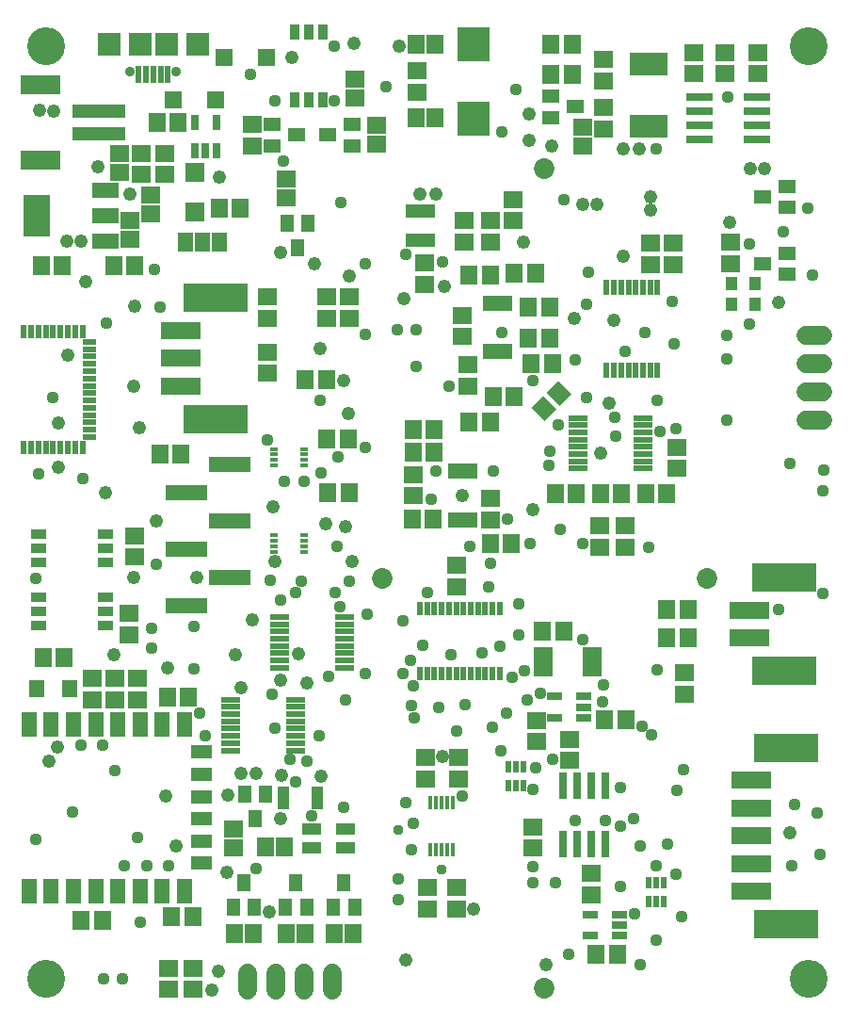
<source format=gbr>
G04 EAGLE Gerber RS-274X export*
G75*
%MOMM*%
%FSLAX34Y34*%
%LPD*%
%INSoldermask Top*%
%IPPOS*%
%AMOC8*
5,1,8,0,0,1.08239X$1,22.5*%
G01*
%ADD10C,3.403200*%
%ADD11R,1.503200X1.703200*%
%ADD12R,1.803200X0.553200*%
%ADD13R,1.703200X1.503200*%
%ADD14R,1.403200X1.603200*%
%ADD15R,1.473200X0.838200*%
%ADD16R,3.810000X1.473200*%
%ADD17R,0.653200X1.403200*%
%ADD18R,0.803200X2.403200*%
%ADD19R,1.403200X0.803200*%
%ADD20R,0.653200X1.303200*%
%ADD21R,2.403200X0.803200*%
%ADD22R,0.453200X1.203200*%
%ADD23R,0.553200X1.003200*%
%ADD24R,0.803200X0.453200*%
%ADD25R,0.603200X1.403200*%
%ADD26R,1.603200X1.203200*%
%ADD27R,2.103200X2.103200*%
%ADD28R,0.603200X1.553200*%
%ADD29C,0.903200*%
%ADD30R,0.753200X1.403200*%
%ADD31R,1.703200X1.703200*%
%ADD32R,1.603200X1.603200*%
%ADD33R,0.838200X1.473200*%
%ADD34R,1.203200X1.603200*%
%ADD35R,3.403200X2.003200*%
%ADD36R,2.903200X3.153200*%
%ADD37R,3.603200X1.603200*%
%ADD38R,5.803200X2.503200*%
%ADD39C,1.853200*%
%ADD40R,1.003200X0.503200*%
%ADD41R,1.703200X1.103200*%
%ADD42R,2.438200X1.422200*%
%ADD43R,2.403200X3.803200*%
%ADD44R,0.508000X1.193800*%
%ADD45C,1.727200*%
%ADD46R,1.371600X1.803400*%
%ADD47R,4.803200X1.203200*%
%ADD48R,3.603200X1.803200*%
%ADD49R,1.103200X1.203200*%
%ADD50R,1.653200X0.653200*%
%ADD51R,0.613200X1.193200*%
%ADD52R,0.613200X1.143200*%
%ADD53R,1.193200X0.613200*%
%ADD54R,1.403200X2.203200*%
%ADD55R,1.903200X1.303200*%
%ADD56C,1.209600*%
%ADD57C,1.109600*%
%ADD58C,0.959600*%


D10*
X25400Y25400D03*
X711200Y25400D03*
X711200Y863600D03*
X25400Y863600D03*
D11*
X146660Y496570D03*
X127660Y496570D03*
X20980Y666115D03*
X39980Y666115D03*
D12*
X504222Y529480D03*
X504222Y522980D03*
X504222Y516480D03*
X504222Y509980D03*
X504222Y503480D03*
X504222Y496980D03*
X504222Y490480D03*
X504222Y483980D03*
X562578Y483980D03*
X562578Y490480D03*
X562578Y496980D03*
X562578Y503480D03*
X562578Y509980D03*
X562578Y516480D03*
X562578Y522980D03*
X562578Y529480D03*
D13*
X546100Y432410D03*
X546100Y413410D03*
X523240Y432410D03*
X523240Y413410D03*
D11*
X542900Y461010D03*
X523900Y461010D03*
X564540Y461010D03*
X583540Y461010D03*
X502260Y461010D03*
X483260Y461010D03*
X297155Y510540D03*
X278155Y510540D03*
D12*
X249523Y230615D03*
X249523Y237115D03*
X249523Y243615D03*
X249523Y250115D03*
X249523Y256615D03*
X249523Y263115D03*
X249523Y269615D03*
X249523Y276115D03*
X191167Y276115D03*
X191167Y269615D03*
X191167Y263115D03*
X191167Y256615D03*
X191167Y250115D03*
X191167Y243615D03*
X191167Y237115D03*
X191167Y230615D03*
D11*
X157455Y81280D03*
X138455Y81280D03*
X134645Y278130D03*
X153645Y278130D03*
X57175Y78105D03*
X76175Y78105D03*
D13*
X107315Y276250D03*
X107315Y295250D03*
D12*
X293973Y304910D03*
X293973Y311410D03*
X293973Y317910D03*
X293973Y324410D03*
X293973Y330910D03*
X293973Y337410D03*
X293973Y343910D03*
X293973Y350410D03*
X235617Y350410D03*
X235617Y343910D03*
X235617Y337410D03*
X235617Y330910D03*
X235617Y324410D03*
X235617Y317910D03*
X235617Y311410D03*
X235617Y304910D03*
D13*
X592455Y502895D03*
X592455Y483895D03*
D14*
X46750Y285750D03*
X16750Y285750D03*
D11*
X41885Y314325D03*
X22885Y314325D03*
D15*
X79145Y342900D03*
X79145Y355600D03*
X79145Y368300D03*
X18645Y368300D03*
X18645Y355600D03*
X18645Y342900D03*
D13*
X105410Y404520D03*
X105410Y423520D03*
D15*
X79145Y399415D03*
X79145Y412115D03*
X79145Y424815D03*
X18645Y424815D03*
X18645Y412115D03*
X18645Y399415D03*
D11*
X86385Y666115D03*
X105385Y666115D03*
D13*
X111125Y748055D03*
X111125Y767055D03*
X224790Y638150D03*
X224790Y619150D03*
X224790Y588620D03*
X224790Y569620D03*
D16*
X190881Y487680D03*
X152019Y462280D03*
X190881Y436880D03*
X152019Y411480D03*
X190881Y386080D03*
X152019Y360680D03*
D17*
X441550Y632620D03*
X435050Y632620D03*
X428550Y632620D03*
X422050Y632620D03*
X422050Y589120D03*
X428550Y589120D03*
X435050Y589120D03*
X441550Y589120D03*
D18*
X515620Y198720D03*
X515620Y146720D03*
X528320Y198720D03*
X502920Y198720D03*
X490220Y198720D03*
X528320Y146720D03*
X502920Y146720D03*
X490220Y146720D03*
D19*
X515260Y64160D03*
X515260Y83160D03*
X541380Y64160D03*
X541380Y73660D03*
X541380Y83160D03*
D20*
X352200Y689310D03*
X358700Y689310D03*
X365200Y689310D03*
X371700Y689310D03*
X371700Y715310D03*
X365200Y715310D03*
X358700Y715310D03*
X352200Y715310D03*
D21*
X612810Y805180D03*
X664810Y805180D03*
X612810Y817880D03*
X612810Y792480D03*
X612810Y779780D03*
X664810Y817880D03*
X664810Y792480D03*
X664810Y779780D03*
D11*
X424790Y525780D03*
X405790Y525780D03*
X443840Y416560D03*
X424840Y416560D03*
D13*
X394970Y377850D03*
X394970Y396850D03*
D22*
X371000Y141429D03*
X376000Y141429D03*
X381000Y141429D03*
X386000Y141429D03*
X391000Y141429D03*
X391000Y183691D03*
X386000Y183691D03*
X381000Y183691D03*
X376000Y183691D03*
X371000Y183691D03*
D23*
X454610Y215510D03*
X448110Y215510D03*
X441610Y215510D03*
X441610Y198510D03*
X448110Y198510D03*
X454610Y198510D03*
D24*
X230340Y424060D03*
X230340Y419060D03*
X230340Y414060D03*
X230340Y409060D03*
X257340Y409060D03*
X257340Y414060D03*
X257340Y419060D03*
X257340Y424060D03*
X230340Y501530D03*
X230340Y496530D03*
X230340Y491530D03*
X230340Y486530D03*
X257340Y486530D03*
X257340Y491530D03*
X257340Y496530D03*
X257340Y501530D03*
D25*
X529700Y572095D03*
X536200Y572095D03*
X542700Y572095D03*
X549200Y572095D03*
X555700Y572095D03*
X562200Y572095D03*
X568700Y572095D03*
X575200Y572095D03*
X575200Y647105D03*
X568700Y647105D03*
X562200Y647105D03*
X555700Y647105D03*
X549200Y647105D03*
X542700Y647105D03*
X536200Y647105D03*
X529700Y647105D03*
D26*
X501220Y808990D03*
X479220Y799490D03*
X479220Y818490D03*
D27*
X161920Y864870D03*
X133920Y864870D03*
X109920Y864870D03*
X81920Y864870D03*
D28*
X134920Y837870D03*
X128420Y837870D03*
X121920Y837870D03*
X115420Y837870D03*
X108920Y837870D03*
D29*
X142670Y840370D03*
X101170Y840370D03*
D13*
X210820Y793090D03*
X210820Y774090D03*
X132080Y767055D03*
X132080Y748055D03*
D30*
X159410Y769319D03*
X168910Y769319D03*
X178410Y769319D03*
X178410Y795321D03*
X159410Y795321D03*
D11*
X144120Y795020D03*
X125120Y795020D03*
D31*
X159385Y749655D03*
X159385Y714655D03*
D11*
X200000Y718185D03*
X181000Y718185D03*
D32*
X139750Y815340D03*
X177750Y815340D03*
D13*
X241300Y743830D03*
X241300Y726830D03*
D26*
X251030Y783590D03*
X229030Y774090D03*
X229030Y793090D03*
D33*
X248920Y815570D03*
X261620Y815570D03*
X274320Y815570D03*
X274320Y876070D03*
X261620Y876070D03*
X248920Y876070D03*
D13*
X303530Y817000D03*
X303530Y834000D03*
X322580Y792090D03*
X322580Y775090D03*
D26*
X278560Y783590D03*
X300560Y793090D03*
X300560Y774090D03*
D32*
X185470Y853440D03*
X223470Y853440D03*
D34*
X251460Y682420D03*
X241960Y704420D03*
X260960Y704420D03*
D11*
X479450Y838200D03*
X498450Y838200D03*
X479450Y864870D03*
X498450Y864870D03*
D13*
X527050Y789330D03*
X527050Y808330D03*
X527050Y851510D03*
X527050Y832510D03*
D35*
X567690Y847150D03*
X567690Y791150D03*
D36*
X410210Y865600D03*
X410210Y798100D03*
D11*
X375530Y864870D03*
X358530Y864870D03*
X375530Y798830D03*
X358530Y798830D03*
D13*
X359410Y841350D03*
X359410Y822350D03*
X665480Y838860D03*
X665480Y857860D03*
X636270Y838860D03*
X636270Y857860D03*
X608330Y838860D03*
X608330Y857860D03*
X298450Y638150D03*
X298450Y619150D03*
X278130Y638150D03*
X278130Y619150D03*
X365760Y668630D03*
X365760Y649630D03*
D11*
X461670Y577850D03*
X480670Y577850D03*
D13*
X445770Y706780D03*
X445770Y725780D03*
X401320Y687730D03*
X401320Y706730D03*
D11*
X424790Y657860D03*
X405790Y657860D03*
D13*
X425450Y706730D03*
X425450Y687730D03*
D11*
X478130Y628650D03*
X459130Y628650D03*
D13*
X405130Y577190D03*
X405130Y558190D03*
X400050Y602640D03*
X400050Y621640D03*
D11*
X478130Y600710D03*
X459130Y600710D03*
X446430Y659130D03*
X465430Y659130D03*
X446380Y548640D03*
X427380Y548640D03*
D13*
X100965Y690000D03*
X100965Y707000D03*
X589280Y667410D03*
X589280Y686410D03*
X568960Y667410D03*
X568960Y686410D03*
D11*
X490830Y337820D03*
X471830Y337820D03*
X527964Y258572D03*
X546964Y258572D03*
X520090Y46990D03*
X539090Y46990D03*
D13*
X496570Y221640D03*
X496570Y240640D03*
D23*
X567740Y94370D03*
X574240Y94370D03*
X580740Y94370D03*
X580740Y111370D03*
X574240Y111370D03*
X567740Y111370D03*
D13*
X368300Y88290D03*
X368300Y107290D03*
X394970Y88290D03*
X394970Y107290D03*
X367030Y205130D03*
X367030Y224130D03*
X396240Y205130D03*
X396240Y224130D03*
X463550Y142900D03*
X463550Y161900D03*
X515620Y119990D03*
X515620Y100990D03*
D11*
X297790Y462280D03*
X278790Y462280D03*
D37*
X658110Y331670D03*
X658110Y356670D03*
D38*
X689610Y302170D03*
X689610Y386170D03*
D11*
X583590Y331470D03*
X602590Y331470D03*
X583590Y356870D03*
X602590Y356870D03*
D13*
X599440Y300330D03*
X599440Y281330D03*
D39*
X473710Y16510D03*
X473710Y753110D03*
X327660Y384810D03*
X619760Y384810D03*
D40*
X238500Y195460D03*
X238500Y190460D03*
X238500Y185460D03*
X238500Y180460D03*
X269500Y180460D03*
X269500Y185460D03*
X269500Y190460D03*
X269500Y195460D03*
D34*
X293370Y111330D03*
X302870Y89330D03*
X283870Y89330D03*
X203200Y111330D03*
X212700Y89330D03*
X193700Y89330D03*
X250190Y111330D03*
X259690Y89330D03*
X240690Y89330D03*
X213360Y169340D03*
X203860Y191340D03*
X222860Y191340D03*
D11*
X301870Y66040D03*
X284870Y66040D03*
X211700Y66040D03*
X194700Y66040D03*
D13*
X194310Y142630D03*
X194310Y159630D03*
D11*
X239640Y143510D03*
X222640Y143510D03*
D41*
X263900Y142630D03*
X263900Y159630D03*
X294900Y159630D03*
X294900Y142630D03*
D11*
X258690Y66040D03*
X241690Y66040D03*
X277470Y563880D03*
X258470Y563880D03*
D13*
X157480Y15900D03*
X157480Y34900D03*
X100330Y353670D03*
X100330Y334670D03*
X135890Y34900D03*
X135890Y15900D03*
D42*
X79250Y688090D03*
X79250Y711200D03*
X79250Y734310D03*
D43*
X17270Y711200D03*
D44*
X361760Y299752D03*
X368260Y299752D03*
X374760Y299752D03*
X381260Y299752D03*
X387760Y299752D03*
X394260Y299752D03*
X400760Y299752D03*
X407260Y299752D03*
X413760Y299752D03*
X420260Y299752D03*
X426760Y299752D03*
X433260Y299752D03*
X433260Y358108D03*
X426760Y358108D03*
X420260Y358108D03*
X413760Y358108D03*
X407260Y358108D03*
X400760Y358108D03*
X394260Y358108D03*
X387760Y358108D03*
X381260Y358108D03*
X374760Y358108D03*
X368260Y358108D03*
X361760Y358108D03*
D45*
X283210Y30480D02*
X283210Y15240D01*
X257810Y15240D02*
X257810Y30480D01*
X232410Y30480D02*
X232410Y15240D01*
X207010Y15240D02*
X207010Y30480D01*
X708660Y603250D02*
X723900Y603250D01*
X723900Y577850D02*
X708660Y577850D01*
X708660Y552450D02*
X723900Y552450D01*
X723900Y527050D02*
X708660Y527050D01*
D13*
X66675Y295250D03*
X66675Y276250D03*
X86995Y295250D03*
X86995Y276250D03*
D11*
G36*
X484678Y537405D02*
X474049Y526776D01*
X462006Y538819D01*
X472635Y549448D01*
X484678Y537405D01*
G37*
G36*
X498114Y550841D02*
X487485Y540212D01*
X475442Y552255D01*
X486071Y562884D01*
X498114Y550841D01*
G37*
D46*
X180975Y687705D03*
X165735Y687705D03*
X150495Y687705D03*
D13*
X119380Y712860D03*
X119380Y729860D03*
D47*
X72560Y785020D03*
X72560Y805020D03*
D48*
X20560Y761020D03*
X20560Y829020D03*
D49*
X641645Y631215D03*
X662645Y631215D03*
X662645Y650215D03*
X641645Y650215D03*
D13*
X640715Y668045D03*
X640715Y687045D03*
X91440Y766690D03*
X91440Y749690D03*
D26*
X669720Y727964D03*
X691720Y737464D03*
X691720Y718464D03*
D17*
X409800Y481490D03*
X403300Y481490D03*
X396800Y481490D03*
X390300Y481490D03*
X390300Y437990D03*
X396800Y437990D03*
X403300Y437990D03*
X409800Y437990D03*
D13*
X425450Y438048D03*
X425450Y457048D03*
D19*
X483002Y259994D03*
X483002Y278994D03*
X509122Y259994D03*
X509122Y269494D03*
X509122Y278994D03*
D50*
X472538Y319630D03*
X472538Y313130D03*
X472538Y306630D03*
X472538Y300130D03*
X516538Y300130D03*
X516538Y306630D03*
X516538Y313130D03*
X516538Y319630D03*
D13*
X466598Y257658D03*
X466598Y238658D03*
D11*
X354482Y438150D03*
X373482Y438150D03*
X355752Y498602D03*
X374752Y498602D03*
X374498Y519176D03*
X355498Y519176D03*
D13*
X355346Y478638D03*
X355346Y459638D03*
D26*
X669720Y668020D03*
X691720Y677520D03*
X691720Y658520D03*
D37*
X659380Y103670D03*
X659380Y128670D03*
X659380Y153670D03*
D38*
X690880Y74170D03*
X690880Y233170D03*
D37*
X659380Y178670D03*
X659380Y203670D03*
D13*
X508000Y773820D03*
X508000Y790820D03*
D51*
X5365Y607040D03*
X11965Y607040D03*
X18565Y607040D03*
X25165Y607040D03*
X31765Y607040D03*
X38365Y607040D03*
X44965Y607040D03*
X51565Y607040D03*
D52*
X58165Y607290D03*
X58165Y502690D03*
D51*
X51565Y502940D03*
X44965Y502940D03*
X38365Y502940D03*
X31765Y502940D03*
X25165Y502940D03*
X18565Y502940D03*
X11965Y502940D03*
X5365Y502940D03*
D53*
X64115Y597890D03*
X64115Y591290D03*
X64115Y584690D03*
X64115Y578090D03*
X64115Y571490D03*
X64115Y564890D03*
X64115Y558290D03*
X64115Y551690D03*
X64115Y545090D03*
X64115Y538490D03*
X64115Y531890D03*
X64115Y525290D03*
X64115Y518690D03*
X64115Y512090D03*
D54*
X10010Y104070D03*
X30010Y104070D03*
X50010Y104070D03*
X70010Y104070D03*
X90010Y104070D03*
X110010Y104070D03*
X130010Y104070D03*
X150010Y104070D03*
X150010Y254070D03*
X130010Y254070D03*
X110010Y254070D03*
X90010Y254070D03*
X70010Y254070D03*
X50010Y254070D03*
X30010Y254070D03*
X10010Y254070D03*
D55*
X165010Y129070D03*
X165010Y149070D03*
X165010Y169070D03*
X165010Y189070D03*
X165010Y209070D03*
X165010Y229070D03*
D37*
X146300Y607930D03*
X146300Y582930D03*
X146300Y557930D03*
D38*
X177800Y637430D03*
X177800Y528430D03*
D56*
X246380Y853440D03*
X32385Y805180D03*
X19685Y805815D03*
X302260Y866140D03*
X229870Y449580D03*
X189230Y190500D03*
X213995Y209550D03*
X187960Y120650D03*
X236220Y168910D03*
X300990Y400050D03*
X524510Y497840D03*
X544830Y674370D03*
X361950Y730250D03*
X180340Y31750D03*
X231140Y400685D03*
X260350Y290830D03*
X694690Y156210D03*
X226060Y85090D03*
X348615Y41910D03*
X640080Y704850D03*
X684530Y633095D03*
X181610Y746125D03*
X568960Y727710D03*
X568960Y716280D03*
X659130Y753110D03*
X671830Y753110D03*
D57*
X115960Y127000D03*
X537210Y529590D03*
X657860Y685800D03*
X657860Y613410D03*
X637540Y527050D03*
D56*
X36830Y524510D03*
X276860Y434340D03*
D57*
X250190Y201930D03*
D56*
X342900Y863600D03*
X236220Y678180D03*
X266700Y668020D03*
X174625Y15240D03*
X71755Y755015D03*
X60948Y651498D03*
X36595Y485160D03*
D57*
X537845Y513080D03*
X312420Y502920D03*
X287020Y414020D03*
X487680Y429260D03*
X477520Y486410D03*
D56*
X27940Y220980D03*
X78740Y462280D03*
X35560Y233680D03*
X124460Y436880D03*
X195580Y316230D03*
X252730Y317500D03*
D57*
X257810Y472440D03*
X255270Y382270D03*
X298450Y382270D03*
X257340Y472440D03*
X285750Y372110D03*
X250190Y372110D03*
X240030Y472440D03*
X346710Y346710D03*
X426720Y251460D03*
X312420Y299720D03*
X560070Y38100D03*
X293370Y179070D03*
X279400Y297180D03*
X245110Y222250D03*
X260350Y220980D03*
X715010Y657860D03*
X723686Y463550D03*
X270735Y243615D03*
X710184Y718058D03*
X723686Y371463D03*
X718820Y174244D03*
X231140Y250190D03*
X271780Y544830D03*
X312420Y604520D03*
X312420Y668020D03*
X355600Y165100D03*
X356870Y259715D03*
X349250Y183515D03*
X353695Y270510D03*
X354330Y140970D03*
X294640Y275590D03*
X486410Y523240D03*
X288290Y494030D03*
X122555Y662940D03*
X31750Y547370D03*
X107950Y152400D03*
X49530Y175260D03*
X110490Y76200D03*
X58420Y474980D03*
X124460Y397510D03*
X120650Y340360D03*
X120650Y322580D03*
X77470Y25400D03*
X93980Y25400D03*
X163830Y264160D03*
D56*
X544830Y770890D03*
X558800Y770890D03*
X474980Y38100D03*
X532130Y542290D03*
X347345Y636270D03*
X375920Y730250D03*
D57*
X433705Y324485D03*
D56*
X508000Y721360D03*
X520700Y721360D03*
X454660Y687070D03*
X383540Y647700D03*
D57*
X450850Y334010D03*
X364490Y325120D03*
D58*
X381000Y123825D03*
D57*
X342265Y96520D03*
D56*
X500380Y619125D03*
X400050Y459740D03*
X463550Y447040D03*
D57*
X80084Y614680D03*
X128270Y628650D03*
D56*
X86360Y316230D03*
X104140Y386080D03*
X57150Y688340D03*
X44450Y688340D03*
X105410Y629920D03*
X142240Y144780D03*
X44965Y585450D03*
X109735Y520680D03*
D57*
X57150Y234950D03*
X158750Y303530D03*
X228600Y280670D03*
X491490Y725170D03*
X19050Y478790D03*
X158750Y341630D03*
X346075Y299720D03*
D56*
X134620Y304800D03*
X271780Y591820D03*
X535940Y617220D03*
D57*
X236220Y365760D03*
X289560Y359410D03*
X314643Y353060D03*
X76200Y234950D03*
X355918Y288290D03*
X135960Y127000D03*
X575310Y544830D03*
X331470Y826770D03*
X513080Y660400D03*
X348615Y676275D03*
X87630Y212090D03*
X168936Y243840D03*
X16510Y150495D03*
X16510Y385445D03*
X231140Y814070D03*
X284480Y863600D03*
X284480Y814070D03*
D56*
X459740Y802640D03*
X459740Y778510D03*
D57*
X382270Y669290D03*
X591820Y519430D03*
X574040Y771525D03*
D56*
X480060Y773430D03*
X200660Y209550D03*
X200660Y287020D03*
X236220Y293370D03*
X210820Y347980D03*
X293370Y562610D03*
X237490Y208280D03*
X272415Y207645D03*
X294640Y431800D03*
X100965Y730885D03*
X298450Y656590D03*
X297180Y533400D03*
D57*
X588645Y633730D03*
X340995Y608965D03*
X688340Y696976D03*
X577850Y517652D03*
X575310Y303022D03*
X290830Y722630D03*
X273050Y480060D03*
X501650Y581660D03*
X387985Y558165D03*
X637540Y603250D03*
X563880Y605790D03*
X435610Y605790D03*
X455930Y302260D03*
X406400Y414020D03*
X508000Y416560D03*
X527050Y289560D03*
X469900Y281940D03*
X525780Y274320D03*
X450850Y361950D03*
X561340Y252476D03*
X598805Y213360D03*
X698500Y181610D03*
X570230Y244856D03*
X425450Y398780D03*
X439420Y264160D03*
X593090Y194310D03*
X463550Y125730D03*
X528320Y167640D03*
X560070Y144780D03*
X590550Y595630D03*
X721360Y137160D03*
X725170Y482600D03*
X637540Y582295D03*
D56*
X410210Y88290D03*
X381635Y224765D03*
D57*
X574040Y127000D03*
X466090Y214630D03*
X567690Y412750D03*
X694055Y488315D03*
X596900Y81280D03*
X695960Y127000D03*
X584200Y146050D03*
X553720Y168910D03*
X483870Y111760D03*
X463550Y111760D03*
X402590Y271780D03*
X378460Y269240D03*
X389255Y316865D03*
X463550Y195580D03*
X546100Y589280D03*
X214630Y124460D03*
X264160Y171450D03*
X638810Y817880D03*
X684530Y356870D03*
X478790Y499110D03*
X554990Y83820D03*
X542290Y196850D03*
X542290Y107950D03*
X542290Y162560D03*
X372110Y455930D03*
X511810Y631190D03*
X511810Y547370D03*
X95960Y127000D03*
X435610Y786130D03*
X224155Y509905D03*
X227330Y383540D03*
X463550Y562610D03*
X495300Y46990D03*
X368300Y372110D03*
X353060Y311150D03*
X508000Y330200D03*
X501650Y167640D03*
X481330Y222250D03*
X448310Y824230D03*
X358140Y608330D03*
X358140Y575310D03*
X342265Y114935D03*
X574040Y60325D03*
X434340Y230505D03*
X400050Y189865D03*
D58*
X342265Y158750D03*
D57*
X458470Y275590D03*
X444500Y295910D03*
X440690Y438150D03*
X417616Y318633D03*
X423672Y377444D03*
X591820Y119380D03*
X394970Y247650D03*
X209550Y838200D03*
X238760Y760095D03*
X375920Y481330D03*
X427990Y481330D03*
X461010Y416560D03*
D56*
X104140Y557530D03*
X161290Y386080D03*
X133350Y189230D03*
M02*

</source>
